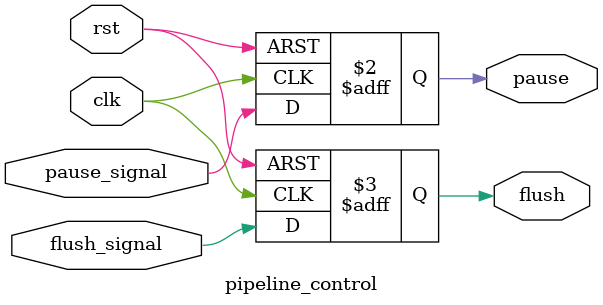
<source format=v>
`timescale 1ns / 1ps


module pipeline_control(
    input clk,
    input rst,
    input pause_signal,
    input flush_signal,
    output reg pause,
    output reg flush
    );
    
    always @(posedge clk or posedge rst) begin
        if (rst) begin
            pause <= 0;
            flush <= 0;
        end else begin
            pause <= pause_signal;
            flush <= flush_signal;
        end 
     end
endmodule

</source>
